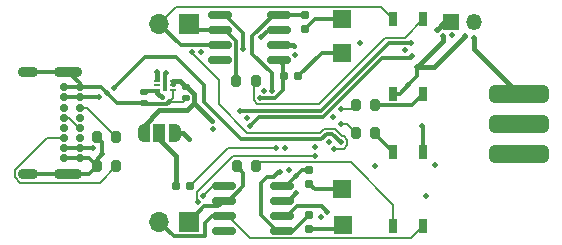
<source format=gbl>
G04 #@! TF.GenerationSoftware,KiCad,Pcbnew,7.0.6*
G04 #@! TF.CreationDate,2024-02-06T23:19:41+01:00*
G04 #@! TF.ProjectId,USB2CANv2,55534232-4341-44e7-9632-2e6b69636164,0_2*
G04 #@! TF.SameCoordinates,Original*
G04 #@! TF.FileFunction,Copper,L4,Bot*
G04 #@! TF.FilePolarity,Positive*
%FSLAX46Y46*%
G04 Gerber Fmt 4.6, Leading zero omitted, Abs format (unit mm)*
G04 Created by KiCad (PCBNEW 7.0.6) date 2024-02-06 23:19:41*
%MOMM*%
%LPD*%
G01*
G04 APERTURE LIST*
G04 Aperture macros list*
%AMRoundRect*
0 Rectangle with rounded corners*
0 $1 Rounding radius*
0 $2 $3 $4 $5 $6 $7 $8 $9 X,Y pos of 4 corners*
0 Add a 4 corners polygon primitive as box body*
4,1,4,$2,$3,$4,$5,$6,$7,$8,$9,$2,$3,0*
0 Add four circle primitives for the rounded corners*
1,1,$1+$1,$2,$3*
1,1,$1+$1,$4,$5*
1,1,$1+$1,$6,$7*
1,1,$1+$1,$8,$9*
0 Add four rect primitives between the rounded corners*
20,1,$1+$1,$2,$3,$4,$5,0*
20,1,$1+$1,$4,$5,$6,$7,0*
20,1,$1+$1,$6,$7,$8,$9,0*
20,1,$1+$1,$8,$9,$2,$3,0*%
%AMFreePoly0*
4,1,19,0.000000,0.744911,0.071157,0.744911,0.207708,0.704816,0.327430,0.627875,0.420627,0.520320,0.479746,0.390866,0.500000,0.250000,0.500000,-0.250000,0.479746,-0.390866,0.420627,-0.520320,0.327430,-0.627875,0.207708,-0.704816,0.071157,-0.744911,0.000000,-0.744911,0.000000,-0.750000,-0.550000,-0.750000,-0.550000,0.750000,0.000000,0.750000,0.000000,0.744911,0.000000,0.744911,
$1*%
%AMFreePoly1*
4,1,19,0.550000,-0.750000,0.000000,-0.750000,0.000000,-0.744911,-0.071157,-0.744911,-0.207708,-0.704816,-0.327430,-0.627875,-0.420627,-0.520320,-0.479746,-0.390866,-0.500000,-0.250000,-0.500000,0.250000,-0.479746,0.390866,-0.420627,0.520320,-0.327430,0.627875,-0.207708,0.704816,-0.071157,0.744911,0.000000,0.744911,0.000000,0.750000,0.550000,0.750000,0.550000,-0.750000,0.550000,-0.750000,
$1*%
G04 Aperture macros list end*
G04 #@! TA.AperFunction,ComponentPad*
%ADD10O,1.350000X1.350000*%
G04 #@! TD*
G04 #@! TA.AperFunction,ComponentPad*
%ADD11R,1.350000X1.350000*%
G04 #@! TD*
G04 #@! TA.AperFunction,SMDPad,CuDef*
%ADD12R,0.800000X1.200000*%
G04 #@! TD*
G04 #@! TA.AperFunction,ComponentPad*
%ADD13R,1.700000X1.700000*%
G04 #@! TD*
G04 #@! TA.AperFunction,ComponentPad*
%ADD14O,1.700000X1.700000*%
G04 #@! TD*
G04 #@! TA.AperFunction,SMDPad,CuDef*
%ADD15RoundRect,0.381000X2.119000X0.381000X-2.119000X0.381000X-2.119000X-0.381000X2.119000X-0.381000X0*%
G04 #@! TD*
G04 #@! TA.AperFunction,ComponentPad*
%ADD16C,0.700000*%
G04 #@! TD*
G04 #@! TA.AperFunction,ComponentPad*
%ADD17O,1.700000X0.900000*%
G04 #@! TD*
G04 #@! TA.AperFunction,ComponentPad*
%ADD18O,2.400000X0.900000*%
G04 #@! TD*
G04 #@! TA.AperFunction,SMDPad,CuDef*
%ADD19RoundRect,0.200000X-0.200000X-0.275000X0.200000X-0.275000X0.200000X0.275000X-0.200000X0.275000X0*%
G04 #@! TD*
G04 #@! TA.AperFunction,SMDPad,CuDef*
%ADD20R,1.500000X1.500000*%
G04 #@! TD*
G04 #@! TA.AperFunction,SMDPad,CuDef*
%ADD21RoundRect,0.150000X0.825000X0.150000X-0.825000X0.150000X-0.825000X-0.150000X0.825000X-0.150000X0*%
G04 #@! TD*
G04 #@! TA.AperFunction,SMDPad,CuDef*
%ADD22RoundRect,0.160000X-0.160000X0.197500X-0.160000X-0.197500X0.160000X-0.197500X0.160000X0.197500X0*%
G04 #@! TD*
G04 #@! TA.AperFunction,SMDPad,CuDef*
%ADD23RoundRect,0.160000X-0.197500X-0.160000X0.197500X-0.160000X0.197500X0.160000X-0.197500X0.160000X0*%
G04 #@! TD*
G04 #@! TA.AperFunction,SMDPad,CuDef*
%ADD24RoundRect,0.140000X-0.170000X0.140000X-0.170000X-0.140000X0.170000X-0.140000X0.170000X0.140000X0*%
G04 #@! TD*
G04 #@! TA.AperFunction,SMDPad,CuDef*
%ADD25R,0.600000X0.200000*%
G04 #@! TD*
G04 #@! TA.AperFunction,SMDPad,CuDef*
%ADD26R,0.350000X0.990000*%
G04 #@! TD*
G04 #@! TA.AperFunction,SMDPad,CuDef*
%ADD27FreePoly0,180.000000*%
G04 #@! TD*
G04 #@! TA.AperFunction,SMDPad,CuDef*
%ADD28R,1.000000X1.500000*%
G04 #@! TD*
G04 #@! TA.AperFunction,SMDPad,CuDef*
%ADD29FreePoly1,180.000000*%
G04 #@! TD*
G04 #@! TA.AperFunction,ViaPad*
%ADD30C,0.500000*%
G04 #@! TD*
G04 #@! TA.AperFunction,Conductor*
%ADD31C,0.200000*%
G04 #@! TD*
G04 #@! TA.AperFunction,Conductor*
%ADD32C,0.400000*%
G04 #@! TD*
G04 #@! TA.AperFunction,Conductor*
%ADD33C,0.300000*%
G04 #@! TD*
G04 APERTURE END LIST*
D10*
X160512000Y-89154000D03*
D11*
X158512000Y-89154000D03*
D12*
X153670000Y-100101000D03*
X156210000Y-100101000D03*
X156210000Y-106401000D03*
X153670000Y-106401000D03*
D13*
X136403000Y-89255600D03*
D14*
X133863000Y-89255600D03*
D15*
X164338000Y-100330000D03*
X164338000Y-97790000D03*
X164338000Y-95250000D03*
D16*
X127113400Y-94662600D03*
X127113400Y-95512600D03*
X127113400Y-96362600D03*
X127113400Y-97212600D03*
X127113400Y-98062600D03*
X127113400Y-98912600D03*
X127113400Y-99762600D03*
X127113400Y-100612600D03*
X125763400Y-100612600D03*
X125763400Y-99762600D03*
X125763400Y-98912600D03*
X125763400Y-98062600D03*
X125763400Y-97212600D03*
X125763400Y-96362600D03*
X125763400Y-95512600D03*
X125763400Y-94662600D03*
D17*
X122753400Y-101962600D03*
X122753400Y-93312600D03*
D18*
X126133400Y-101962600D03*
X126133400Y-93312600D03*
D13*
X136403000Y-106019600D03*
D14*
X133863000Y-106019600D03*
D19*
X150496000Y-96139000D03*
X152146000Y-96139000D03*
D20*
X149310000Y-91730000D03*
D21*
X144272000Y-102997000D03*
X144272000Y-104267000D03*
X144272000Y-105537000D03*
X144272000Y-106807000D03*
X139322000Y-106807000D03*
X139322000Y-105537000D03*
X139322000Y-104267000D03*
X139322000Y-102997000D03*
D22*
X146177000Y-88556500D03*
X146177000Y-89751500D03*
D12*
X156210000Y-88900000D03*
X153670000Y-88900000D03*
X153670000Y-95200000D03*
X156210000Y-95200000D03*
D23*
X135292500Y-102971600D03*
X136487500Y-102971600D03*
D19*
X128575800Y-98831400D03*
X130225800Y-98831400D03*
D23*
X144436500Y-93726000D03*
X145631500Y-93726000D03*
D19*
X150495000Y-98552000D03*
X152145000Y-98552000D03*
D21*
X143953000Y-88519000D03*
X143953000Y-89789000D03*
X143953000Y-91059000D03*
X143953000Y-92329000D03*
X139003000Y-92329000D03*
X139003000Y-91059000D03*
X139003000Y-89789000D03*
X139003000Y-88519000D03*
D24*
X136114000Y-94624000D03*
X136114000Y-95584000D03*
D20*
X149390000Y-106330000D03*
X149300000Y-88870000D03*
X149350000Y-103280000D03*
D22*
X146558000Y-101637500D03*
X146558000Y-102832500D03*
D19*
X140390000Y-94130000D03*
X142040000Y-94130000D03*
D25*
X135001000Y-94088000D03*
X135001000Y-94488000D03*
X135001000Y-94888000D03*
X133701000Y-94888000D03*
X133701000Y-94488000D03*
X133701000Y-94088000D03*
D26*
X134351000Y-94488000D03*
D27*
X132558000Y-98552000D03*
D28*
X133858000Y-98552000D03*
D29*
X135158000Y-98552000D03*
D19*
X140399000Y-101346000D03*
X142049000Y-101346000D03*
D24*
X132588000Y-95024000D03*
X132588000Y-95984000D03*
D19*
X128575800Y-101320600D03*
X130225800Y-101320600D03*
D22*
X146558000Y-105447500D03*
X146558000Y-106642500D03*
D30*
X158597600Y-90195400D03*
X157903368Y-90281104D03*
X159766000Y-90332500D03*
X160512000Y-90449400D03*
X157327600Y-89814400D03*
X157220000Y-101220000D03*
X138416348Y-98142317D03*
X138320000Y-97500000D03*
X136361189Y-99023189D03*
X152146000Y-101346000D03*
X156464000Y-103886000D03*
X147066000Y-99732741D03*
X148212425Y-99255200D03*
X147066000Y-100432244D03*
X148609695Y-99833114D03*
X145375108Y-91880058D03*
X148590000Y-97155000D03*
X149225000Y-96520000D03*
X149225000Y-97790000D03*
X128270000Y-99822000D03*
X129032000Y-100330000D03*
X128778000Y-95504000D03*
X156083000Y-97917000D03*
X155702000Y-92964000D03*
X154940000Y-94488000D03*
X140970000Y-91440000D03*
X142494000Y-90424000D03*
X150876000Y-90932000D03*
X129413000Y-95123000D03*
X134393177Y-93475964D03*
X134707626Y-95870788D03*
X147580000Y-105650000D03*
X145465802Y-103619637D03*
X142708022Y-94930893D03*
X154620000Y-91531500D03*
X137569919Y-103813068D03*
X144463503Y-99822000D03*
X144870000Y-101690000D03*
X137351503Y-91694000D03*
X141275602Y-97246500D03*
X134112000Y-95504000D03*
X148093000Y-105167000D03*
X133701000Y-93375000D03*
X145288000Y-91186000D03*
X143764000Y-99822000D03*
X136652000Y-91694000D03*
X137160000Y-104394000D03*
X149225000Y-99314000D03*
X130048000Y-94742000D03*
X140716000Y-96647000D03*
X155194000Y-90932000D03*
X155267903Y-92020242D03*
X141519717Y-97902023D03*
X142367000Y-95547500D03*
X143406173Y-94974357D03*
X144117500Y-101796205D03*
X145440000Y-102120000D03*
D31*
X137569919Y-103813068D02*
X138385987Y-102997000D01*
X138385987Y-102997000D02*
X139322000Y-102997000D01*
D32*
X159766000Y-90332500D02*
X157134500Y-92964000D01*
X157134500Y-92964000D02*
X155702000Y-92964000D01*
D33*
X155702000Y-93726000D02*
X154940000Y-94488000D01*
X155702000Y-92964000D02*
X155702000Y-93726000D01*
D32*
X157903368Y-90762632D02*
X155702000Y-92964000D01*
X157903368Y-90281104D02*
X157903368Y-90762632D01*
X160512000Y-91424000D02*
X160512000Y-90449400D01*
X164338000Y-95250000D02*
X160512000Y-91424000D01*
X157327600Y-89814400D02*
X157988000Y-89154000D01*
X157988000Y-89154000D02*
X158512000Y-89154000D01*
X135292500Y-100494500D02*
X133858000Y-99060000D01*
X133858000Y-99060000D02*
X133858000Y-98552000D01*
X135292500Y-102971600D02*
X135292500Y-100494500D01*
X135890000Y-98552000D02*
X136361189Y-99023189D01*
X135158000Y-98552000D02*
X135890000Y-98552000D01*
X136224000Y-96604000D02*
X136824000Y-96004000D01*
X133856000Y-96604000D02*
X136224000Y-96604000D01*
X132558000Y-98552000D02*
X132558000Y-97902000D01*
X132558000Y-97902000D02*
X133856000Y-96604000D01*
X138320000Y-97500000D02*
X136824000Y-96004000D01*
X136824000Y-95220325D02*
X136227675Y-94624000D01*
X136227675Y-94624000D02*
X136114000Y-94624000D01*
X136824000Y-96004000D02*
X136824000Y-95220325D01*
D33*
X140390000Y-90763893D02*
X139415107Y-89789000D01*
X139415107Y-89789000D02*
X139003000Y-89789000D01*
X140390000Y-94130000D02*
X140390000Y-90763893D01*
D31*
X141867000Y-94303000D02*
X142040000Y-94130000D01*
X141867000Y-95754607D02*
X141867000Y-94303000D01*
X142159893Y-96047500D02*
X141867000Y-95754607D01*
X147293500Y-96047500D02*
X142159893Y-96047500D01*
X147343000Y-96097000D02*
X147293500Y-96047500D01*
D33*
X147005500Y-103280000D02*
X146558000Y-102832500D01*
X149350000Y-103280000D02*
X147005500Y-103280000D01*
X145631500Y-93726000D02*
X147627500Y-91730000D01*
X147627500Y-91730000D02*
X149310000Y-91730000D01*
X147058500Y-88870000D02*
X149300000Y-88870000D01*
X146177000Y-89751500D02*
X147058500Y-88870000D01*
D31*
X152958000Y-90482000D02*
X147343000Y-96097000D01*
X154628000Y-90482000D02*
X152958000Y-90482000D01*
X156210000Y-88900000D02*
X154628000Y-90482000D01*
D33*
X153278000Y-90932000D02*
X155194000Y-90932000D01*
X147563000Y-96647000D02*
X153278000Y-90932000D01*
X140716000Y-96647000D02*
X147563000Y-96647000D01*
X155156871Y-92131274D02*
X155267903Y-92020242D01*
X152718726Y-92131274D02*
X155156871Y-92131274D01*
X142274740Y-97147000D02*
X147703000Y-97147000D01*
X147703000Y-97147000D02*
X152718726Y-92131274D01*
X141519717Y-97902023D02*
X142274740Y-97147000D01*
X149077500Y-106642500D02*
X149390000Y-106330000D01*
X146558000Y-106642500D02*
X149077500Y-106642500D01*
X144684107Y-105537000D02*
X144272000Y-105537000D01*
X145481107Y-104740000D02*
X144684107Y-105537000D01*
X147666000Y-104740000D02*
X145481107Y-104740000D01*
X148093000Y-105167000D02*
X147666000Y-104740000D01*
D31*
X153670000Y-104580000D02*
X153670000Y-106401000D01*
X150070000Y-100980000D02*
X153670000Y-104580000D01*
X142415000Y-100980000D02*
X150070000Y-100980000D01*
X142049000Y-101346000D02*
X142415000Y-100980000D01*
D33*
X144563000Y-102997000D02*
X145440000Y-102120000D01*
X144272000Y-102997000D02*
X144563000Y-102997000D01*
X145440000Y-102120000D02*
X145922500Y-101637500D01*
X145922500Y-101637500D02*
X146558000Y-101637500D01*
D31*
X137070419Y-104304419D02*
X137160000Y-104394000D01*
X137070419Y-103492474D02*
X137070419Y-104304419D01*
X147066000Y-100432244D02*
X140130649Y-100432244D01*
X140130649Y-100432244D02*
X137070419Y-103492474D01*
D33*
X152157000Y-96150000D02*
X152146000Y-96139000D01*
X155260000Y-96150000D02*
X152157000Y-96150000D01*
X156210000Y-95200000D02*
X155260000Y-96150000D01*
X156210000Y-98044000D02*
X156083000Y-97917000D01*
X156210000Y-100101000D02*
X156210000Y-98044000D01*
X152145000Y-98576000D02*
X153670000Y-100101000D01*
X152145000Y-98552000D02*
X152145000Y-98576000D01*
D31*
X148640581Y-99864000D02*
X148609695Y-99833114D01*
X149452818Y-99864000D02*
X148640581Y-99864000D01*
X149775000Y-99541818D02*
X149452818Y-99864000D01*
X149775000Y-99086182D02*
X149775000Y-99541818D01*
X149452818Y-98764000D02*
X149775000Y-99086182D01*
X149311396Y-98764000D02*
X149452818Y-98764000D01*
X148699973Y-98152577D02*
X149311396Y-98764000D01*
X147830829Y-98152577D02*
X148699973Y-98152577D01*
X147502703Y-98480703D02*
X147830829Y-98152577D01*
X141320579Y-98480703D02*
X147502703Y-98480703D01*
X138938000Y-96098124D02*
X141320579Y-98480703D01*
X138938000Y-94058315D02*
X138938000Y-96098124D01*
X136652000Y-91772315D02*
X138938000Y-94058315D01*
X136652000Y-91694000D02*
X136652000Y-91772315D01*
X139637100Y-99822000D02*
X143764000Y-99822000D01*
X136487500Y-102971600D02*
X139637100Y-99822000D01*
D33*
X140970000Y-101917000D02*
X140399000Y-101346000D01*
X139734107Y-104267000D02*
X140970000Y-103031107D01*
X139322000Y-104267000D02*
X139734107Y-104267000D01*
X140970000Y-103031107D02*
X140970000Y-101917000D01*
X143859893Y-106807000D02*
X144272000Y-106807000D01*
X142494000Y-102730000D02*
X142494000Y-105441107D01*
X143002000Y-102222000D02*
X142494000Y-102730000D01*
X143558000Y-102222000D02*
X143002000Y-102222000D01*
X143926000Y-101854000D02*
X143558000Y-102222000D01*
X144059705Y-101854000D02*
X143926000Y-101854000D01*
X144117500Y-101796205D02*
X144059705Y-101854000D01*
X142494000Y-105441107D02*
X143859893Y-106807000D01*
X148513577Y-98602577D02*
X149225000Y-99314000D01*
X140733183Y-99060000D02*
X147559802Y-99060000D01*
X148017225Y-98602577D02*
X148513577Y-98602577D01*
X137605000Y-94431817D02*
X137605000Y-95931817D01*
X137605000Y-95931817D02*
X140733183Y-99060000D01*
X147559802Y-99060000D02*
X148017225Y-98602577D01*
X135283183Y-92110000D02*
X137605000Y-94431817D01*
X130048000Y-94742000D02*
X132680000Y-92110000D01*
X132680000Y-92110000D02*
X135283183Y-92110000D01*
X144371500Y-94857559D02*
X144371500Y-92747500D01*
X144371500Y-92747500D02*
X143953000Y-92329000D01*
X143654702Y-95574357D02*
X144371500Y-94857559D01*
X142393857Y-95574357D02*
X143654702Y-95574357D01*
X142367000Y-95547500D02*
X142393857Y-95574357D01*
X143540893Y-88519000D02*
X143953000Y-88519000D01*
X141732000Y-90327893D02*
X143540893Y-88519000D01*
X141732000Y-91790107D02*
X141732000Y-90327893D01*
X143406173Y-93464280D02*
X141732000Y-91790107D01*
X143406173Y-94974357D02*
X143406173Y-93464280D01*
X134351000Y-93518141D02*
X134351000Y-94488000D01*
X134393177Y-93475964D02*
X134351000Y-93518141D01*
D32*
X133701000Y-93375000D02*
X133701000Y-93988000D01*
D33*
X132708000Y-96104000D02*
X134474414Y-96104000D01*
X132588000Y-95984000D02*
X132708000Y-96104000D01*
X134474414Y-96104000D02*
X134707626Y-95870788D01*
X132588000Y-95984000D02*
X130274000Y-95984000D01*
X130274000Y-95984000D02*
X129413000Y-95123000D01*
X132674000Y-94938000D02*
X133701000Y-94938000D01*
X132588000Y-95024000D02*
X132674000Y-94938000D01*
D32*
X144754817Y-105537000D02*
X144272000Y-105537000D01*
D33*
X144818439Y-104267000D02*
X144272000Y-104267000D01*
X145465802Y-103619637D02*
X144818439Y-104267000D01*
D32*
X145161000Y-91059000D02*
X143953000Y-91059000D01*
X145288000Y-91186000D02*
X145161000Y-91059000D01*
D31*
X149733000Y-97790000D02*
X150495000Y-98552000D01*
X149225000Y-97790000D02*
X149733000Y-97790000D01*
X150115000Y-96520000D02*
X150496000Y-96139000D01*
X149225000Y-96520000D02*
X150115000Y-96520000D01*
X128803400Y-102743000D02*
X130225800Y-101320600D01*
X121603400Y-102273260D02*
X122073140Y-102743000D01*
X121603400Y-101651940D02*
X121603400Y-102273260D01*
X125763400Y-98912600D02*
X124342740Y-98912600D01*
X124342740Y-98912600D02*
X121603400Y-101651940D01*
X122073140Y-102743000D02*
X128803400Y-102743000D01*
X127757000Y-96362600D02*
X127113400Y-96362600D01*
X130225800Y-98831400D02*
X127757000Y-96362600D01*
X127044161Y-98062600D02*
X127113400Y-98062600D01*
X126194161Y-97212600D02*
X127044161Y-98062600D01*
X125763400Y-97212600D02*
X126194161Y-97212600D01*
D33*
X129032000Y-99287600D02*
X128575800Y-98831400D01*
X129032000Y-100330000D02*
X129032000Y-99287600D01*
X128210600Y-99762600D02*
X128270000Y-99822000D01*
X127113400Y-99762600D02*
X128210600Y-99762600D01*
X128952600Y-94662600D02*
X129413000Y-95123000D01*
X127113400Y-94662600D02*
X128952600Y-94662600D01*
X128575800Y-100786200D02*
X129032000Y-100330000D01*
X128575800Y-101320600D02*
X128575800Y-100786200D01*
X128769400Y-95512600D02*
X128778000Y-95504000D01*
X127113400Y-95512600D02*
X128769400Y-95512600D01*
X125763400Y-95512600D02*
X127113400Y-95512600D01*
X125763400Y-99762600D02*
X127113400Y-99762600D01*
X127113400Y-94292600D02*
X126133400Y-93312600D01*
X127113400Y-94662600D02*
X127113400Y-94292600D01*
X125763400Y-94662600D02*
X127113400Y-94662600D01*
X122753400Y-93312600D02*
X126133400Y-93312600D01*
X127933800Y-101962600D02*
X128575800Y-101320600D01*
X126133400Y-101962600D02*
X127933800Y-101962600D01*
X126133400Y-101962600D02*
X122753400Y-101962600D01*
X127867800Y-100612600D02*
X128575800Y-101320600D01*
X127113400Y-100612600D02*
X127867800Y-100612600D01*
X125763400Y-100612600D02*
X127113400Y-100612600D01*
X153670000Y-95200000D02*
X154228000Y-95200000D01*
X154228000Y-95200000D02*
X154940000Y-94488000D01*
X140970000Y-90073893D02*
X140970000Y-91440000D01*
X139415107Y-88519000D02*
X140970000Y-90073893D01*
X139003000Y-88519000D02*
X139415107Y-88519000D01*
X143129000Y-89789000D02*
X143953000Y-89789000D01*
X142494000Y-90424000D02*
X143129000Y-89789000D01*
X144272000Y-93890500D02*
X144436500Y-93726000D01*
X143990500Y-88556500D02*
X143953000Y-88519000D01*
X146177000Y-88556500D02*
X143990500Y-88556500D01*
D31*
X152620000Y-87850000D02*
X153670000Y-88900000D01*
X135268600Y-87850000D02*
X152620000Y-87850000D01*
X133863000Y-89255600D02*
X135268600Y-87850000D01*
D33*
X135666400Y-91059000D02*
X139003000Y-91059000D01*
X133863000Y-89255600D02*
X135666400Y-91059000D01*
X139003000Y-89789000D02*
X136936400Y-89789000D01*
X136936400Y-89789000D02*
X136403000Y-89255600D01*
X135063000Y-107219600D02*
X133863000Y-106019600D01*
X137755400Y-107219600D02*
X135063000Y-107219600D01*
X137755400Y-106128599D02*
X137755400Y-107219600D01*
X139322000Y-105537000D02*
X138346999Y-105537000D01*
X138346999Y-105537000D02*
X137755400Y-106128599D01*
X138849000Y-104740000D02*
X137682600Y-104740000D01*
X137682600Y-104740000D02*
X136403000Y-106019600D01*
X139322000Y-104267000D02*
X138849000Y-104740000D01*
X144117500Y-88556500D02*
X143953000Y-88392000D01*
D32*
X135578000Y-94088000D02*
X135001000Y-94088000D01*
X136114000Y-94624000D02*
X135578000Y-94088000D01*
X135001000Y-94088000D02*
X135001000Y-94388000D01*
D31*
X135001000Y-95577414D02*
X134707626Y-95870788D01*
X134707626Y-95870788D02*
X135827212Y-95870788D01*
X135827212Y-95870788D02*
X136114000Y-95584000D01*
X135001000Y-94888000D02*
X135001000Y-95577414D01*
D32*
X134112000Y-95504000D02*
X133701000Y-95093000D01*
X133701000Y-95093000D02*
X133701000Y-94988000D01*
D33*
X136961800Y-89662000D02*
X136555400Y-89255600D01*
X139322000Y-104267000D02*
X140080000Y-104267000D01*
X143383000Y-88392000D02*
X143953000Y-88392000D01*
X145198500Y-106807000D02*
X144272000Y-106807000D01*
X146558000Y-105447500D02*
X145198500Y-106807000D01*
D31*
X155204000Y-107407000D02*
X141533396Y-107407000D01*
X141533396Y-107407000D02*
X139663396Y-105537000D01*
X139663396Y-105537000D02*
X139322000Y-105537000D01*
X156210000Y-106401000D02*
X155204000Y-107407000D01*
M02*

</source>
